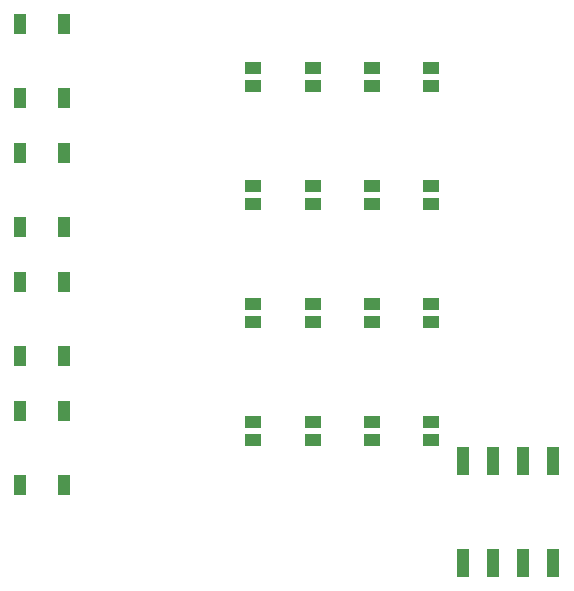
<source format=gtp>
G04 Layer_Color=8421504*
%FSLAX25Y25*%
%MOIN*%
G70*
G01*
G75*
%ADD10R,0.05512X0.04331*%
%ADD11R,0.04449X0.09606*%
%ADD12R,0.03937X0.06693*%
D10*
X39370Y-16732D02*
D03*
Y-22638D02*
D03*
X-0Y-16732D02*
D03*
Y-22638D02*
D03*
X59055Y-16732D02*
D03*
Y-22638D02*
D03*
X19685Y-16732D02*
D03*
Y-22638D02*
D03*
X39370Y-56102D02*
D03*
Y-62008D02*
D03*
X59055Y-56102D02*
D03*
Y-62008D02*
D03*
X19685Y-56102D02*
D03*
Y-62008D02*
D03*
X-0Y-56102D02*
D03*
Y-62008D02*
D03*
X0Y16732D02*
D03*
Y22638D02*
D03*
X59055Y16732D02*
D03*
Y22638D02*
D03*
X39370Y16732D02*
D03*
Y22638D02*
D03*
X19685Y16732D02*
D03*
Y22638D02*
D03*
X0Y56102D02*
D03*
Y62008D02*
D03*
X19685Y56102D02*
D03*
Y62008D02*
D03*
X39370Y56102D02*
D03*
Y62008D02*
D03*
X59055Y56102D02*
D03*
Y62008D02*
D03*
D11*
X100000Y-102858D02*
D03*
X90000D02*
D03*
X80000D02*
D03*
X70000D02*
D03*
X100000Y-69000D02*
D03*
X90000D02*
D03*
X70000D02*
D03*
X80000D02*
D03*
D12*
X-63000Y51961D02*
D03*
Y76764D02*
D03*
X-77961Y51961D02*
D03*
Y76764D02*
D03*
X-63000Y8961D02*
D03*
Y33764D02*
D03*
X-77961Y8961D02*
D03*
Y33764D02*
D03*
X-63000Y-34039D02*
D03*
Y-9236D02*
D03*
X-77961Y-34039D02*
D03*
Y-9236D02*
D03*
X-63000Y-77039D02*
D03*
Y-52236D02*
D03*
X-77961Y-77039D02*
D03*
Y-52236D02*
D03*
M02*

</source>
